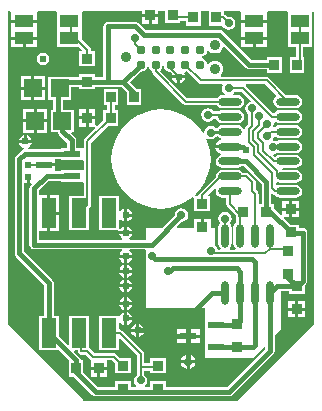
<source format=gtl>
%FSTAX23Y23*%
%MOIN*%
%SFA1B1*%

%IPPOS*%
%ADD10R,0.037400X0.033470*%
%ADD11R,0.033470X0.037400*%
%ADD12C,0.031100*%
%ADD13R,0.060000X0.060000*%
%ADD14O,0.078740X0.027560*%
%ADD15R,0.057090X0.023620*%
%ADD16O,0.027560X0.078740*%
%ADD17R,0.064960X0.041340*%
%ADD18C,0.015000*%
%ADD19C,0.008000*%
%ADD20C,0.010000*%
%ADD21R,0.050000X0.100000*%
%ADD22C,0.035430*%
%ADD23R,0.064960X0.041340*%
%ADD24C,0.028000*%
%ADD25C,0.024000*%
%LNsensorrig-1*%
%LPD*%
G36*
X00422Y00489D02*
Y00487D01*
Y00431*
Y00374*
X0045*
Y00341*
X00429*
Y00288*
X00478*
Y00341*
X00474*
Y00374*
X00503*
Y00431*
Y00488*
X00506Y00492*
X00511Y00491*
Y-00551*
X00255Y-00807*
X-00255*
X-00511Y-00551*
Y00487*
Y00492*
X-00506*
X-00503*
X-00499Y00491*
Y00487*
Y00465*
X-00414*
Y00491*
X-00409Y00492*
X-00349*
X-00345Y00489*
Y00487*
Y00431*
Y00374*
X-00274*
X-00263Y00364*
X-00265Y00359*
X-00272*
Y00309*
X-00219*
Y00359*
X-00233*
Y00364*
X-00234Y00368*
X-00237Y00372*
X-00264Y004*
Y00431*
Y00487*
Y00489*
X-0026Y00492*
X-00063*
Y00485*
X-00009*
Y00492*
X00015*
Y00453*
X00065*
Y0046*
X00083*
Y00445*
X00133*
Y00492*
X0016*
Y00445*
X00205*
X00205Y00444*
X0021Y00436*
X00217Y00432*
X00226Y0043*
X00234Y00432*
X00242Y00436*
X00247Y00444*
X00248Y00452*
X00247Y00461*
X00242Y00468*
X00234Y00473*
X00226Y00475*
X00222Y00474*
X00215Y00481*
X00211Y00483*
X0021Y00484*
Y00492*
X00263*
X00268Y00491*
Y00487*
Y00465*
X00353*
Y00491*
X00358Y00492*
X00418*
X00422Y00489*
G37*
%LNsensorrig-2*%
%LPC*%
G36*
X-00379Y00122D02*
X-00414D01*
Y00087*
X-00379*
Y00122*
G37*
G36*
X-00424D02*
X-00459D01*
Y00087*
X-00424*
Y00122*
G37*
G36*
X-00447Y0008D02*
Y00064D01*
X-00431*
X-00432Y00067*
X-00436Y00074*
X-00444Y00079*
X-00447Y0008*
G37*
G36*
X-00424Y00167D02*
X-00459D01*
Y00132*
X-00424*
Y00167*
G37*
G36*
X-00388Y00231D02*
X-00423D01*
Y00196*
X-00388*
Y00231*
G37*
G36*
X-00433D02*
X-00468D01*
Y00196*
X-00433*
Y00231*
G37*
G36*
X-00379Y00167D02*
X-00414D01*
Y00132*
X-00379*
Y00167*
G37*
G36*
X-00457Y0008D02*
X-00461Y00079D01*
X-00468Y00074*
X-00473Y00067*
X-00474Y00064*
X-00457*
Y0008*
G37*
G36*
X00481Y-00506D02*
X00457D01*
Y-00528*
X00481*
Y-00506*
G37*
G36*
X00447Y-00474D02*
X00424D01*
Y-00496*
X00447*
Y-00474*
G37*
G36*
X00481D02*
X00457D01*
Y-00496*
X00481*
Y-00474*
G37*
G36*
X00447Y-00506D02*
X00424D01*
Y-00528*
X00447*
Y-00506*
G37*
G36*
X00461Y-0014D02*
X00437D01*
Y-00162*
X00461*
Y-0014*
G37*
G36*
X00427D02*
X00404D01*
Y-00162*
X00427*
Y-0014*
G37*
G36*
X00461Y-00172D02*
X00437D01*
Y-00194*
X00461*
Y-00172*
G37*
G36*
X-00414Y00398D02*
X-00451D01*
Y00372*
X-00414*
Y00398*
G37*
G36*
X00306D02*
X00268D01*
Y00372*
X00306*
Y00398*
G37*
G36*
X-00393Y00355D02*
X-00401Y00353D01*
X-00408Y00349*
X-00412Y00342*
X-00414Y00334*
X-00412Y00326*
X-00408Y0032*
X-00401Y00315*
X-00393Y00314*
X-00385Y00315*
X-00379Y0032*
X-00374Y00326*
X-00373Y00334*
X-00374Y00342*
X-00379Y00349*
X-00385Y00353*
X-00393Y00355*
G37*
G36*
X-00461Y00398D02*
X-00499D01*
Y00372*
X-00461*
Y00398*
G37*
G36*
X00353D02*
X00316D01*
Y00372*
X00353*
Y00398*
G37*
G36*
X-00041Y00475D02*
X-00063D01*
Y00451*
X-00041*
Y00475*
G37*
G36*
X-00009D02*
X-00031D01*
Y00451*
X-00009*
Y00475*
G37*
G36*
X-00414Y00455D02*
X-00499D01*
Y00429*
Y00408*
X-00414*
Y00429*
Y00455*
G37*
G36*
X00353D02*
X00268D01*
Y00429*
Y00408*
X00353*
Y00429*
Y00455*
G37*
G36*
X-00086Y00458D02*
X-00177D01*
X-00183Y00457*
X-00188Y00454*
X-00191Y00448*
X-00192Y00442*
Y00273*
X-00219*
Y00282*
X-00272*
Y00273*
X-003*
Y00274*
X-00376*
Y00198*
X-0036*
Y00165*
X-00367*
Y00089*
X-00344*
X-00343Y00086*
X-0034Y00081*
X-00314Y00055*
Y00037*
X-00334*
Y00033*
X-00441*
X-00443Y00038*
X-00443Y00038*
X-00436Y00043*
X-00432Y0005*
X-00431Y00054*
X-00474*
X-00473Y0005*
X-00468Y00043*
X-00461Y00038*
X-00458Y00037*
Y00032*
X-0046Y00032*
X-00465Y00028*
X-00483Y00011*
X-00487Y00006*
X-00488Y0*
Y-00314*
X-00487Y-00321*
X-00483Y-00326*
X-00389Y-00419*
Y-00522*
X-00407*
Y-00638*
X-00341*
X-00336Y-0064*
X-00309Y-00667*
X-00308Y-00671*
Y-00725*
X-00291*
X-00229Y-00786*
X-00224Y-0079*
X-00218Y-00791*
X00228*
X00234Y-0079*
X00239Y-00786*
X00375Y-0065*
X00378Y-00645*
X00379Y-00639*
Y-00588*
X00401Y-00565*
Y-0044*
X00426*
Y-00449*
X00479*
Y-0042*
X00483Y-00416*
X00487Y-00411*
X00488Y-00405*
Y-00246*
X00487Y-0024*
X00483Y-00234*
X00478Y-00231*
X00472Y-0023*
X00459*
Y-00219*
X0043*
X00409Y-00198*
X00411Y-00194*
X00427*
Y-00172*
X00404*
Y-00186*
X00399Y-00188*
X00377Y-00166*
X00376Y-00165*
Y-0015*
X00367*
Y-00118*
X00372Y-00116*
X00372Y-00116*
X00376Y-00119*
X00379Y-0012*
X00381Y-00123*
X00389Y-00128*
X00397Y-0013*
X00448*
X00457Y-00128*
X00464Y-00123*
X00469Y-00116*
X00471Y-00108*
X00469Y-00099*
X00464Y-00092*
X00457Y-00087*
X00448Y-00086*
X00397*
X00389Y-00087*
X00388Y-00088*
X00383Y-00086*
Y-0008*
X00388Y-00078*
X00389Y-00078*
X00397Y-0008*
X00448*
X00457Y-00078*
X00464Y-00073*
X00469Y-00066*
X00471Y-00058*
X00469Y-00049*
X00464Y-00042*
X00457Y-00037*
X00448Y-00036*
X00404*
X00403Y-00035*
X00406Y-0003*
X00448*
X00457Y-00028*
X00464Y-00023*
X00469Y-00016*
X00471Y-00008*
X00469Y0*
X00464Y00007*
X00457Y00012*
X00448Y00013*
X00397*
X00389Y00012*
X00381Y00007*
X0038Y00007*
X00375Y00012*
X00376Y00017*
X00382Y00018*
X00387Y00022*
X00389Y00021*
X00397Y00019*
X00448*
X00457Y00021*
X00464Y00026*
X00469Y00033*
X00471Y00041*
X00469Y0005*
X00464Y00057*
X00457Y00062*
X00448Y00063*
X00397*
X00389Y00062*
X00384Y00058*
X00382Y0006*
X00375Y00061*
X00373Y00065*
X00372Y00066*
X00375Y0007*
X00376Y00075*
X00381Y00076*
X00381Y00076*
X00389Y00071*
X00397Y00069*
X00448*
X00457Y00071*
X00464Y00076*
X00469Y00083*
X00471Y00091*
X00469Y001*
X00464Y00107*
X00457Y00112*
X00448Y00113*
X00397*
X00389Y00112*
X00381Y00107*
X00381Y00106*
X00378Y00106*
X00377Y00107*
X00375Y00111*
X00376Y00118*
X00376Y0012*
X0038Y00125*
X00381Y00126*
X00382Y00125*
X00389Y00121*
X00397Y00119*
X00448*
X00457Y00121*
X00464Y00126*
X00469Y00133*
X00471Y00141*
X00469Y0015*
X00464Y00157*
X00457Y00162*
X00448Y00163*
X00397*
X00389Y00162*
X00381Y00157*
X00379Y00154*
X00374Y00154*
X00284Y00244*
X00284Y00244*
X00285Y00249*
X00347*
X00384Y00213*
X00383Y00208*
X00381Y00207*
X00377Y002*
X00375Y00191*
X00377Y00183*
X00381Y00176*
X00389Y00171*
X00397Y00169*
X00448*
X00457Y00171*
X00464Y00176*
X00469Y00183*
X00471Y00191*
X00469Y002*
X00464Y00207*
X00457Y00212*
X00448Y00213*
X00418*
X00361Y0027*
X00357Y00273*
X00352Y00274*
X00201*
X00199Y00279*
X002Y0028*
X00205Y00286*
X00207Y00292*
X00208Y00299*
X00207Y00307*
X00205Y00313*
X002Y00319*
X00195Y00324*
X00188Y00326*
X00181Y00327*
X00173Y00326*
X00167Y00324*
X00161Y00319*
X00159Y00317*
X00154Y00318*
X00153Y00324*
X00148Y00331*
X0014Y00337*
X00138Y00337*
Y00342*
X0014Y00342*
X00148Y00347*
X00153Y00355*
X00154Y00361*
X00159Y00362*
X00161Y0036*
X00167Y00355*
X00173Y00353*
X00181Y00352*
X00188Y00353*
X00195Y00355*
X002Y0036*
X00205Y00366*
X00207Y00372*
X00208Y00373*
X00212Y00375*
X00284Y00303*
X00289Y003*
X00295Y00299*
X00352*
Y00288*
X00402*
Y00341*
X00352*
Y0033*
X00302*
X00206Y00426*
X00201Y00429*
X00195Y0043*
X-00051*
X-00075Y00454*
X-0008Y00457*
X-00086Y00458*
G37*
G36*
X-00433Y00276D02*
X-00468D01*
Y00241*
X-00433*
Y00276*
G37*
G36*
X-00388D02*
X-00423D01*
Y00241*
X-00388*
Y00276*
G37*
%LNsensorrig-3*%
%LPD*%
G36*
X-00334Y-00002D02*
X-00263D01*
X-00261*
X-00258Y-00005*
Y-00033*
X-00261Y-00037*
X-00263*
X-00334*
Y-00041*
X-00352*
Y-00024*
X-0039*
Y-00014*
X-00352*
Y00001*
X-00334*
Y-00002*
G37*
G36*
X-00437Y-0008D02*
X-00434Y-00079D01*
X-00433Y-00079*
X-0043Y-00083*
X-00434Y-00087*
X-00437Y-00092*
X-00439Y-00098*
Y-00285*
X-00437Y-00291*
X-00434Y-00296*
X-00429Y-003*
X-00423Y-00301*
X-00131*
X-00129Y-00306*
X-00133Y-00308*
X-00138Y-00316*
X-00139Y-00319*
X-00096*
X-00097Y-00316*
X-00102Y-00308*
X-00106Y-00306*
X-00104Y-00301*
X-00054*
X-00051Y-00304*
Y-0032*
X-00051Y-00324*
X-00051Y-00328*
Y-00495*
X00146*
Y-00663*
X00309*
X00343Y-00626*
X00348Y-00628*
Y-00633*
X00221Y-00759*
X00016*
Y-00741*
X-00036*
Y-00759*
X-00052*
X-00054Y-00754*
X-00053Y-00754*
X-00048Y-00746*
X-00046Y-00738*
X-00048Y-00729*
X-00053Y-00722*
X-00056Y-00719*
Y-00706*
X-00036*
Y-00714*
X00016*
Y-00664*
X-00036*
Y-00681*
X-00056*
Y-00649*
X-00057Y-00644*
X-0006Y-0064*
X-00129Y-00572*
X-00133Y-00569*
X-00137Y-00568*
X-00141*
Y-00545*
X-00136Y-00544*
X-00133Y-00547*
X-00126Y-00552*
X-00123Y-00552*
Y-00531*
Y-0051*
X-00126Y-0051*
X-00133Y-00515*
X-00137Y-0052*
X-00141Y-00522*
X-00143*
X-00207*
Y-00638*
X-00141*
Y-00601*
X-00136Y-00599*
X-00081Y-00654*
Y-00693*
Y-00719*
X-00084Y-00722*
X-00089Y-00729*
X-00091Y-00738*
X-00089Y-00746*
X-00084Y-00754*
X-00083Y-00754*
X-00084Y-00759*
X-00101*
Y-00741*
X-00154*
Y-00759*
X-00211*
X-00259Y-00712*
Y-00671*
X-00267*
Y-0067*
X-00269Y-00664*
X-00272Y-00659*
X-00289Y-00643*
X-00287Y-00638*
X-00277*
Y-00639*
X-00277Y-00644*
X-00274Y-00648*
X-0027Y-00651*
X-00265Y-00652*
X-00251*
X-00236Y-00666*
X-00233Y-00669*
Y-00693*
X-0018*
Y-00671*
X-00162*
X-00154Y-00679*
Y-00714*
X-00101*
Y-00664*
X-00135*
X-00149Y-0065*
X-00153Y-00648*
X-00157Y-00647*
X-00221*
X-00237Y-00631*
X-00241Y-00628*
Y-00522*
X-00307*
Y-00618*
X-00311Y-0062*
X-00341Y-00591*
Y-00522*
X-00358*
Y-00413*
X-00359Y-00407*
X-00362Y-00402*
X-00456Y-00308*
Y-00081*
X-00452Y-00079*
X-00451Y-00079*
X-00447Y-0008*
Y-00059*
X-00437*
Y-0008*
G37*
G36*
X00196Y00071D02*
X002Y0007D01*
Y00065*
X00195Y00064*
X00187Y00058*
X00182Y00051*
X00181Y00046*
X0023*
Y00036*
X00181*
X00182Y00032*
X00187Y00024*
X00195Y00019*
X002Y00018*
Y00013*
X00196Y00012*
X00189Y00007*
X00184Y0*
X00182Y-00008*
X00184Y-00016*
X00189Y-00023*
X00196Y-00028*
X00204Y-0003*
X00255*
X00264Y-00028*
X00271Y-00024*
X00277*
X00336Y-00082*
Y-00147*
X00332Y-0015*
X00327*
X00326Y-00145*
Y-00117*
X00325Y-00112*
X00322Y-00108*
X00317Y-00103*
Y-00078*
X00316Y-00074*
X00313Y-0007*
X00293Y-00049*
X00289Y-00046*
X00284Y-00046*
X00273*
X00271Y-00042*
X00264Y-00037*
X00255Y-00036*
X00204*
X00196Y-00037*
X00189Y-00042*
X00184Y-00049*
X00182Y-00058*
X00182Y-00059*
X00129Y-00113*
X00126Y-00117*
X00125Y-00121*
Y-00124*
X00116*
X00115Y-00119*
X00117Y-00117*
X00117Y-00117*
X00117Y-00117*
X00134Y-00098*
X00134Y-00097*
X00134Y-00097*
X00147Y-00075*
X00147Y-00075*
X00148Y-00074*
X00157Y-00051*
X00157Y-00051*
X00158Y-0005*
X00163Y-00026*
X00163Y-00025*
X00164Y-00025*
X00166Y0*
X00166Y0*
X00166Y0*
X00164Y00025*
X00163Y00025*
X00163Y00026*
X00158Y0005*
X00157Y00051*
X00157Y00051*
X00151Y00066*
X00155Y00069*
X00158Y00067*
X00167Y00066*
X00175Y00067*
X00183Y00072*
X00184Y00074*
X00189Y00076*
X00196Y00071*
G37*
G36*
X-00041Y00305D02*
X-00035Y00297D01*
X-00031Y00294*
Y00294*
X-0003Y00289*
X-00027Y00285*
X00075Y00183*
X00079Y0018*
X00083Y00179*
X00186*
X00189Y00176*
X00196Y00171*
X00204Y00169*
X00255*
X00264Y00171*
X00271Y00176*
X00276Y00183*
X00278Y00191*
X00276Y002*
X00271Y00207*
X00264Y00212*
X00255Y00213*
X00241*
X0024Y00218*
X00242Y0022*
X00244Y00223*
X0027*
X00299Y00195*
X00297Y0019*
X00294Y00189*
X00287Y00184*
X00282Y00177*
X0028Y00169*
X00282Y0016*
X00287Y00153*
X0029Y00151*
Y00116*
X00284Y0011*
X00281Y00106*
X0028Y00102*
X00278Y00101*
X00275Y00101*
X00271Y00107*
X00264Y00112*
X00255Y00113*
X00204*
X00196Y00112*
X00189Y00107*
X00187Y00104*
X00182*
X00175Y00109*
X00167Y00111*
X00158Y00109*
X00151Y00104*
X00146Y00097*
X00145Y00089*
X00141Y00088*
X0014Y00088*
X00134Y00097*
X00134Y00097*
X00134Y00098*
X00117Y00117*
X00117Y00117*
X00117Y00117*
X00098Y00134*
X00097Y00134*
X00097Y00134*
X00075Y00147*
X00075Y00147*
X00074Y00148*
X00051Y00157*
X00051Y00157*
X0005Y00158*
X00026Y00163*
X00025Y00163*
X00025Y00164*
X0Y00166*
X0Y00166*
X0Y00166*
X-00025Y00164*
X-00025Y00163*
X-00026Y00163*
X-0005Y00158*
X-00051Y00157*
X-00051Y00157*
X-00074Y00148*
X-00075Y00147*
X-00075Y00147*
X-00097Y00134*
X-00097Y00134*
X-00098Y00134*
X-00117Y00117*
X-00117Y00117*
X-00117Y00117*
X-00134Y00098*
X-00134Y00097*
X-00134Y00097*
X-00147Y00075*
X-00147Y00075*
X-00148Y00074*
X-00157Y00051*
X-00157Y00051*
X-00158Y0005*
X-00163Y00026*
X-00163Y00025*
X-00164Y00025*
X-00166Y0*
X-00166Y0*
X-00166Y0*
X-00164Y-00025*
X-00163Y-00025*
X-00163Y-00026*
X-00158Y-0005*
X-00157Y-00051*
X-00157Y-00051*
X-00148Y-00074*
X-00147Y-00075*
X-00147Y-00075*
X-00134Y-00097*
X-00134Y-00097*
X-00134Y-00098*
X-00117Y-00117*
X-00117Y-00117*
X-00117Y-00117*
X-00098Y-00134*
X-00097Y-00134*
X-00097Y-00134*
X-00075Y-00147*
X-00075Y-00147*
X-00074Y-00148*
X-00051Y-00157*
X-00051Y-00157*
X-0005Y-00158*
X-00026Y-00163*
X-00025Y-00163*
X-00025Y-00164*
X0Y-00166*
X0Y-00166*
X0Y-00166*
X00025Y-00164*
X00025Y-00163*
X00026Y-00163*
X0005Y-00158*
X00051Y-00157*
X00051Y-00157*
X00074Y-00148*
X00075Y-00147*
X00075Y-00147*
X00097Y-00134*
X00097Y-00134*
X00098Y-00134*
X00106Y-00127*
X00111Y-00129*
Y-00174*
X00164*
Y-00124*
X00159*
X00157Y-00119*
X00179Y-00097*
X00183Y-00099*
X00184Y-001*
X00182Y-00108*
X00184Y-00116*
X00189Y-00123*
X00196Y-00128*
X00204Y-0013*
X00218*
Y-00151*
X00219Y-00156*
X00221Y-0016*
X0025Y-00188*
Y-00204*
X00251*
Y-00212*
X00248Y-00214*
X00243Y-00221*
X00241Y-0023*
Y-00281*
X00243Y-00289*
X00248Y-00297*
X00249Y-00297*
X00247Y-00302*
X0023*
X00229Y-00297*
X00229Y-00297*
X00234Y-00289*
X00236Y-00281*
Y-0023*
X00234Y-00221*
X0023Y-00214*
X00234Y-00207*
X00236Y-00199*
X00234Y-0019*
X0023Y-00183*
X00222Y-00178*
X00214Y-00176*
X00205Y-00178*
X00198Y-00183*
X00193Y-0019*
X00191Y-00199*
X00193Y-00207*
X00198Y-00214*
X00193Y-00221*
X00191Y-0023*
Y-00281*
X00193Y-00289*
X00198Y-00297*
X00199Y-00297*
X00197Y-00302*
X00189*
X00188Y-00296*
X00183Y-00289*
X00181Y-00287*
Y-00229*
X00166*
Y-00199*
X00142*
Y-00226*
X00132*
Y-00199*
X00109*
Y-00229*
X00055*
X00053Y-00224*
X00068Y-00209*
X00068Y-00209*
X00077Y-00207*
X00084Y-00202*
X00089Y-00195*
X00091Y-00187*
X00089Y-00178*
X00084Y-00171*
X00077Y-00166*
X00068Y-00164*
X0006Y-00166*
X00053Y-00171*
X00048Y-00178*
X00046Y-00187*
X00046Y-00187*
X00004Y-00229*
X-00051*
Y-00269*
X-00104*
X-00106Y-00264*
X-00102Y-00261*
X-00097Y-00254*
X-00096Y-00251*
X-00139*
X-00138Y-00254*
X-00133Y-00261*
X-00129Y-00264*
X-00131Y-00269*
X-00407*
Y-0024*
X-00379*
Y-0018*
Y-0012*
X-00407*
Y-00104*
X-00375Y-00072*
X-00334*
Y-00076*
X-00263*
X-00261*
X-00258Y-0008*
Y-00122*
X-00307*
Y-00238*
X-00241*
Y-00165*
X-00237Y-00161*
X-00234Y-00157*
X-00233Y-00152*
Y00055*
X-00178Y0011*
X-00144*
Y00164*
X-00154*
Y00179*
X-00142*
Y00233*
X-00191*
Y00179*
X-00179*
Y00164*
X-00193*
Y0013*
X-00214Y00109*
X-00219Y00112*
Y00112*
Y00112*
Y00132*
X-0024*
Y00108*
X-00222*
X-00222*
X-00222*
X-00221Y00108*
X-00219Y00103*
X-00254Y00069*
X-00257Y00065*
X-00258Y0006*
Y00041*
X-00261Y00037*
X-00263*
X-00282*
Y00062*
X-00283Y00068*
X-00287Y00073*
X-00299Y00085*
X-00297Y00089*
X-00291*
Y00165*
X-00328*
Y00198*
X-003*
Y00241*
X-00272*
Y00232*
X-00219*
Y00241*
X-00132*
X-00114Y00223*
Y00179*
X-00065*
Y00233*
X-00079*
X-00103Y00257*
X-0007Y00291*
X-00068Y0029*
X-00059Y00292*
X-00051Y00297*
X-00046Y00305*
X-00046Y00307*
X-00041*
X-00041Y00305*
G37*
G36*
X00009Y00309D02*
X00009Y00308D01*
X00011Y00302*
X00016Y00296*
X00021Y00292*
X00027Y0029*
X00034Y00289*
X00035Y00289*
X00038Y00284*
X00038Y00284*
X00037Y0028*
X0008*
X00079Y00284*
X00078Y00286*
X00081Y0029*
X00086Y00292*
X00125Y00253*
X00129Y0025*
X00133Y00249*
X00203*
X00206Y00245*
X00205Y00244*
X00203Y00236*
X00205Y00227*
X0021Y0022*
X00212Y00218*
X00211Y00213*
X00204*
X00196Y00212*
X00189Y00207*
X00186Y00203*
X00088*
X-00002Y00295*
X-00001Y00297*
X00003Y00305*
X00004Y00309*
X00009Y00309*
G37*
%LNsensorrig-4*%
%LPC*%
G36*
X00086Y-00681D02*
X00068D01*
X00068Y-00685*
X00074Y-00693*
X00082Y-00698*
X00086Y-00699*
Y-00681*
G37*
G36*
X-00096Y-00536D02*
X-00113D01*
Y-00552*
X-00109Y-00552*
X-00102Y-00547*
X-00097Y-0054*
X-00096Y-00536*
G37*
G36*
X-00083Y-00549D02*
X-00087Y-0055D01*
X-00094Y-00555*
X-00099Y-00562*
X-001Y-00565*
X-00083*
Y-00549*
G37*
G36*
X-00073D02*
Y-00565D01*
X-00057*
X-00058Y-00562*
X-00062Y-00555*
X-0007Y-0055*
X-00073Y-00549*
G37*
G36*
X-00123Y-00487D02*
X-00139D01*
X-00138Y-0049*
X-00133Y-00498*
X-00126Y-00503*
X-00123Y-00503*
Y-00487*
G37*
G36*
Y-0046D02*
X-00126Y-00461D01*
X-00133Y-00466*
X-00138Y-00473*
X-00139Y-00477*
X-00123*
Y-0046*
G37*
G36*
X-00113Y-0051D02*
Y-00526D01*
X-00096*
X-00097Y-00522*
X-00102Y-00515*
X-00109Y-0051*
X-00113Y-0051*
G37*
G36*
X-00096Y-00487D02*
X-00113D01*
Y-00503*
X-00109Y-00503*
X-00102Y-00498*
X-00097Y-0049*
X-00096Y-00487*
G37*
G36*
X-0018Y-00703D02*
X-00202D01*
Y-00727*
X-0018*
Y-00703*
G37*
G36*
X00086Y-00595D02*
X00052D01*
Y-00612*
X00086*
Y-00595*
G37*
G36*
X-00212Y-00703D02*
X-00233D01*
Y-00727*
X-00212*
Y-00703*
G37*
G36*
X00096Y-00652D02*
Y-00671D01*
X00115*
X00114Y-00666*
X00108Y-00658*
X001Y-00653*
X00096Y-00652*
G37*
G36*
X00086D02*
X00082Y-00653D01*
X00074Y-00658*
X00068Y-00666*
X00068Y-00671*
X00086*
Y-00652*
G37*
G36*
X0013Y-00595D02*
X00096D01*
Y-00612*
X0013*
Y-00595*
G37*
G36*
X00086Y-00568D02*
X00052D01*
Y-00585*
X00086*
Y-00568*
G37*
G36*
X0013D02*
X00096D01*
Y-00585*
X0013*
Y-00568*
G37*
G36*
X-00057Y-00575D02*
X-00073D01*
Y-00592*
X-0007Y-00591*
X-00062Y-00586*
X-00058Y-00579*
X-00057Y-00575*
G37*
G36*
X00115Y-00681D02*
X00096D01*
Y-00699*
X001Y-00698*
X00108Y-00693*
X00114Y-00685*
X00115Y-00681*
G37*
G36*
X-00083Y-00575D02*
X-001D01*
X-00099Y-00579*
X-00094Y-00586*
X-00087Y-00591*
X-00083Y-00592*
Y-00575*
G37*
G36*
X-00113Y-00165D02*
Y-00182D01*
X-00096*
X-00097Y-00178*
X-00102Y-00171*
X-00109Y-00166*
X-00113Y-00165*
G37*
G36*
X-00339Y-0012D02*
X-00369D01*
Y-00175*
X-00339*
Y-0012*
G37*
G36*
X-00096Y-00192D02*
X-00113D01*
Y-00208*
X-00109Y-00207*
X-00102Y-00202*
X-00097Y-00195*
X-00096Y-00192*
G37*
G36*
X-00339Y-00185D02*
X-00369D01*
Y-0024*
X-00339*
Y-00185*
G37*
G36*
X-00141Y-00122D02*
X-00207D01*
Y-00238*
X-00144*
X-00142Y-00241*
X-00123*
Y-00224*
X-00126Y-00225*
X-00133Y-0023*
X-00136Y-00233*
X-00141Y-00231*
Y-00201*
X-00136Y-00199*
X-00133Y-00202*
X-00126Y-00207*
X-00123Y-00208*
Y-00187*
Y-00165*
X-00126Y-00166*
X-00133Y-00171*
X-00136Y-00174*
X-00141Y-00172*
Y-00122*
G37*
G36*
X-0025Y00132D02*
X-00272D01*
Y00108*
X-0025*
Y00132*
G37*
G36*
X00054Y0027D02*
X00037D01*
X00038Y00267*
X00043Y00259*
X0005Y00254*
X00054Y00254*
Y0027*
G37*
G36*
X0008D02*
X00064D01*
Y00254*
X00067Y00254*
X00074Y00259*
X00079Y00267*
X0008Y0027*
G37*
G36*
X-00219Y00166D02*
X-0024D01*
Y00142*
X-00219*
Y00166*
G37*
G36*
X00157Y0017D02*
X00148Y00168D01*
X00141Y00163*
X00136Y00156*
X00135Y00147*
X00136Y00139*
X00141Y00131*
X00148Y00126*
X00157Y00125*
X00166Y00126*
X00173Y00131*
X00175Y00135*
X00183*
X00184Y00133*
X00189Y00126*
X00196Y00121*
X00204Y00119*
X00255*
X00264Y00121*
X00271Y00126*
X00276Y00133*
X00278Y00141*
X00276Y0015*
X00271Y00157*
X00264Y00162*
X00255Y00163*
X00204*
X00196Y00162*
X00192Y00159*
X00175*
X00173Y00163*
X00166Y00168*
X00157Y0017*
G37*
G36*
X-0025Y00166D02*
X-00272D01*
Y00142*
X-0025*
Y00166*
G37*
G36*
X-00113Y-00224D02*
Y-00241D01*
X-00096*
X-00097Y-00237*
X-00102Y-0023*
X-00109Y-00225*
X-00113Y-00224*
G37*
G36*
X-00123Y-00401D02*
X-00126Y-00402D01*
X-00133Y-00407*
X-00138Y-00414*
X-00139Y-00418*
X-00123*
Y-00401*
G37*
G36*
X-00113D02*
Y-00418D01*
X-00096*
X-00097Y-00414*
X-00102Y-00407*
X-00109Y-00402*
X-00113Y-00401*
G37*
G36*
X-00096Y-00428D02*
X-00113D01*
Y-00444*
X-00109Y-00443*
X-00102Y-00439*
X-00097Y-00431*
X-00096Y-00428*
G37*
G36*
X-00113Y-0046D02*
Y-00477D01*
X-00096*
X-00097Y-00473*
X-00102Y-00466*
X-00109Y-00461*
X-00113Y-0046*
G37*
G36*
X-00123Y-00428D02*
X-00139D01*
X-00138Y-00431*
X-00133Y-00439*
X-00126Y-00443*
X-00123Y-00444*
Y-00428*
G37*
G36*
X-00096Y-00379D02*
X-00113D01*
Y-00395*
X-00109Y-00394*
X-00102Y-00389*
X-00097Y-00382*
X-00096Y-00379*
G37*
G36*
Y-00329D02*
X-00113D01*
Y-00346*
X-00109Y-00345*
X-00102Y-0034*
X-00097Y-00333*
X-00096Y-00329*
G37*
G36*
X-00123D02*
X-00139D01*
X-00138Y-00333*
X-00133Y-0034*
X-00126Y-00345*
X-00123Y-00346*
Y-00329*
G37*
G36*
X-00113Y-00352D02*
Y-00369D01*
X-00096*
X-00097Y-00365*
X-00102Y-00358*
X-00109Y-00353*
X-00113Y-00352*
G37*
G36*
X-00123Y-00379D02*
X-00139D01*
X-00138Y-00382*
X-00133Y-00389*
X-00126Y-00394*
X-00123Y-00395*
Y-00379*
G37*
G36*
Y-00352D02*
X-00126Y-00353D01*
X-00133Y-00358*
X-00138Y-00365*
X-00139Y-00369*
X-00123*
Y-00352*
G37*
%LNsensorrig-5*%
%LPD*%
G54D10*
X-00009Y-00689D03*
Y-00766D03*
X-00246Y00334D03*
Y00257D03*
X00137Y-00226D03*
Y-00149D03*
X00423Y-00305D03*
Y-00382D03*
X00452Y-00501D03*
Y-00424D03*
X00255Y-00551D03*
Y-00628D03*
X-00128Y-00689D03*
Y-00766D03*
X00432Y-00167D03*
Y-00244D03*
G54D11*
X00454Y00315D03*
X00377D03*
X00108Y00472D03*
X00185D03*
X0004Y0048D03*
X-00036D03*
X-00167Y00206D03*
X-0009D03*
X-00245Y00137D03*
X-00168D03*
X00275Y-00177D03*
X00351D03*
X-00207Y-00698D03*
X-00283D03*
G54D12*
X00031Y00364D03*
X-00068D03*
X00081D03*
X-00068Y00314D03*
X00081D03*
X-00018Y00364D03*
X00131D03*
X-00018Y00314D03*
X00034D03*
X00131D03*
G54D13*
X-00419Y00127D03*
X-00329D03*
X-00428Y00236D03*
X-00338D03*
G54D14*
X00423Y00041D03*
Y00091D03*
Y00141D03*
Y00191D03*
X0023Y-00108D03*
Y-00058D03*
Y-00008D03*
Y00041D03*
Y00091D03*
Y00141D03*
Y00191D03*
X00423Y-00108D03*
Y-00058D03*
Y-00008D03*
G54D15*
X-00298Y-00057D03*
Y00017D03*
X-0039Y-00019D03*
X00184Y-00627D03*
Y-00553D03*
X00091Y-0059D03*
G54D16*
X00214Y-00448D03*
X00264D03*
X00314D03*
X00364D03*
X00214Y-00255D03*
X00264D03*
X00314D03*
X00364D03*
G54D17*
X-00456Y00403D03*
X-00305D03*
X00462D03*
X00311D03*
G54D18*
X-00344Y00143D02*
X-00329Y00127D01*
X-00344Y00143D02*
Y00212D01*
X-00381Y-00057D02*
X-00298D01*
X-00029Y-00285D02*
X00068Y-00187D01*
X-00423Y-00285D02*
X-00029D01*
X-00423D02*
Y-00098D01*
X-00381Y-00057*
X-00329Y00092D02*
Y00127D01*
Y00092D02*
X-00298Y00062D01*
Y00017D02*
Y00062D01*
X-00454Y00017D02*
X-00298D01*
X-00472Y0D02*
X-00454Y00017D01*
X-00472Y-00314D02*
Y0D01*
Y-00314D02*
X-00374Y-00413D01*
Y-0058D02*
Y-00413D01*
X00364Y-00448D02*
X00388Y-00424D01*
X00452*
X0023Y-00008D02*
X00283D01*
X00452Y-00424D02*
X00472Y-00405D01*
X-00317Y00257D02*
X-00246D01*
X-00338Y00236D02*
X-00317Y00257D01*
X-00126D02*
X-00068Y00314D01*
X-00058Y00415D02*
X00195D01*
X00295Y00315*
X00377*
X-00246Y00257D02*
X-00177D01*
X-00126*
X00228Y-00775D02*
X00364Y-00639D01*
Y-00448*
X-00218Y-00775D02*
X00228D01*
X-00283Y-0071D02*
X-00218Y-00775D01*
X-00283Y-0071D02*
Y-0067D01*
X-00374Y-0058D02*
X-00283Y-0067D01*
X-0009Y00206D02*
Y00221D01*
X-00126Y00257D02*
X-0009Y00221D01*
X00264Y-00541D02*
Y-00375D01*
X00252Y-00364D02*
X00264Y-00375D01*
X00305Y-00334D02*
X00314Y-00343D01*
X-00019Y-00334D02*
X00305D01*
X00472Y-00405D02*
Y-00246D01*
X00423Y-00395D02*
Y-00382D01*
Y-00395D02*
X00452Y-00424D01*
X00434Y-00246D02*
X00472D01*
X00351Y-00177D02*
X00365D01*
X00432Y-00244*
X00434Y-00246*
X00283Y-00008D02*
X00351Y-00076D01*
Y-00177D02*
Y-00076D01*
X00184Y-00553D02*
X00254D01*
X00255Y-00551*
X00184Y-00627D02*
X00255D01*
X00255Y-00628*
X00306*
X00314Y-0062*
Y-00343*
X0023Y00041D02*
X00273D01*
X00285Y00029*
X-00177Y00257D02*
Y00442D01*
X-00086*
X-00058Y00415*
X00039Y-00364D02*
X00252D01*
X00029Y-00374D02*
X00039Y-00364D01*
X00025Y-00374D02*
X00029D01*
X-00029Y-00324D02*
X-00019Y-00334D01*
X00169Y-00448D02*
X00214D01*
X00091Y-00526D02*
X00169Y-00448D01*
X00091Y-00676D02*
Y-0059D01*
Y-00526*
X0Y-0057D02*
X0002Y-0059D01*
X-00078Y-0057D02*
X0D01*
X0002Y-0059D02*
X00091D01*
G54D19*
X00083Y00191D02*
X0023D01*
X-00018Y00294D02*
X00083Y00191D01*
X-00018Y00294D02*
Y00314D01*
X-00088Y00384D02*
Y00403D01*
Y00384D02*
X-00068Y00364D01*
X0023Y-00151D02*
Y-00108D01*
Y-00151D02*
X00264Y-00185D01*
Y-00255D02*
Y-00185D01*
X0023Y-00058D02*
X00284D01*
X00214Y-00255D02*
Y-00199D01*
X00157Y00147D02*
X00224D01*
X0023Y00141*
X00364Y-00299D02*
Y-00255D01*
X0037Y00141D02*
X00423D01*
X00275Y00236D02*
X0037Y00141D01*
X00226Y00236D02*
X00275D01*
X00133Y00262D02*
X00352D01*
X00423Y00191*
X00081Y00314D02*
X00133Y00262D01*
X00326Y00141D02*
X00328Y00143D01*
X00462Y00323D02*
Y00403D01*
X00454Y00315D02*
X00462Y00323D01*
X00038Y00472D02*
X00068D01*
X-00301Y00407D02*
Y00464D01*
X-00305Y00403D02*
X-00301Y00407D01*
X-00305Y00403D02*
X-00285D01*
X-00246Y00364*
Y00334D02*
Y00364D01*
X00108Y00472D02*
X00108Y00472D01*
X00068Y00472D02*
X00108D01*
X00205Y00472D02*
X00205Y00472D01*
X00206*
X00226Y00452*
X00185Y00472D02*
X00205D01*
X00302Y00168D02*
X00303Y00169D01*
X00324Y00088D02*
X00354Y00118D01*
X00308Y00095D02*
X00326Y00113D01*
Y00141*
X00292Y00101D02*
X00302Y00111D01*
Y00168*
X00354Y00078D02*
X00367Y00091D01*
X00423*
X-00137Y-0058D02*
X-00068Y-00649D01*
X-00174Y-0058D02*
X-00137D01*
X-00015Y-00693D02*
X-00009Y-00699D01*
X-00068Y-00693D02*
X-00015D01*
X-00068Y-00738D02*
Y-00693D01*
Y-00649*
X-00157Y-00659D02*
X-00128Y-00689D01*
X-00226Y-00659D02*
X-00157D01*
X-00246Y-00639D02*
X-00226Y-00659D01*
X-00265Y-00639D02*
X-00246D01*
X-00265D02*
Y-00588D01*
X-00274Y-0058D02*
X-00265Y-00588D01*
X-00167Y00139D02*
Y00206D01*
X-00246Y-00152D02*
Y0006D01*
X-00274Y-0018D02*
X-00246Y-00152D01*
Y0006D02*
X-00168Y00137D01*
X-00167Y00139*
X00034Y003D02*
Y00314D01*
Y003D02*
X00059Y00275D01*
X-00442Y-00019D02*
X-0039D01*
X00462Y00403D02*
Y0046D01*
X00364Y-00255D02*
X00374Y-00246D01*
X00348Y-00314D02*
X00364Y-00299D01*
X00167Y-00305D02*
X00177Y-00314D01*
X00348*
X00284Y-00058D02*
X00305Y-00078D01*
Y-00108D02*
Y-00078D01*
Y-00108D02*
X00314Y-00117D01*
Y-00255D02*
Y-00117D01*
X00364Y-00299D02*
X00417D01*
X00423Y-00305*
X00381Y-00108D02*
X00423D01*
X00371Y-00098D02*
X00381Y-00108D01*
X00371Y-00098D02*
Y-00046D01*
X00387Y-00058D02*
X00423D01*
X00387D02*
Y-00039D01*
X00378Y-00008D02*
X00423D01*
X00325Y00022D02*
X00387Y-00039D01*
X00325Y00022D02*
Y00046D01*
X00308Y00062D02*
X00325Y00046D01*
X00308Y00062D02*
Y00095D01*
X00324Y00069D02*
Y00088D01*
Y00069D02*
X00341Y00052D01*
Y00028D02*
Y00052D01*
Y00028D02*
X00378Y-00008D01*
X0042Y00039D02*
X00423Y00041D01*
X00374Y00039D02*
X0042D01*
X00309Y00015D02*
X00371Y-00046D01*
X00292Y00056D02*
Y00101D01*
Y00056D02*
X00309Y00039D01*
Y00015D02*
Y00039D01*
X00137Y-00149D02*
Y-00121D01*
X00201Y-00058*
X0023*
G54D20*
X0017Y00091D02*
X0023D01*
X00167Y00088D02*
X0017Y00091D01*
G54D21*
X-00374Y-0058D03*
X-00274D03*
X-00174D03*
X-00374Y-0018D03*
X-00274D03*
X-00174D03*
G54D22*
X00181Y00299D03*
Y00379D03*
X-00118Y00339D03*
G54D23*
X-00305Y0046D03*
X-00456Y0046D03*
X00311D03*
X00462Y0046D03*
G54D24*
X00025Y-00374D03*
X-00088Y00403D03*
X00214Y-00199D03*
X00157Y00147D03*
X00167Y00088D03*
X00068Y-00187D03*
X00167Y-00305D03*
X00226Y00236D03*
X00303Y00169D03*
X00328Y00143D03*
X00354Y00118D03*
X00226Y00452D03*
X00354Y00078D03*
X-00068Y-00738D03*
X00374Y00039D03*
X00091Y-00676D03*
X-00029Y-00324D03*
G54D25*
X-00442Y-00019D03*
Y-00059D03*
X-00452Y00059D03*
X-00393Y00334D03*
X00059Y00275D03*
X-00118Y-00531D03*
Y-00482D03*
Y-00423D03*
Y-00374D03*
Y-00324D03*
Y-00246D03*
Y-00187D03*
X-00078Y-0057D03*
X00285Y00029D03*
M02*
</source>
